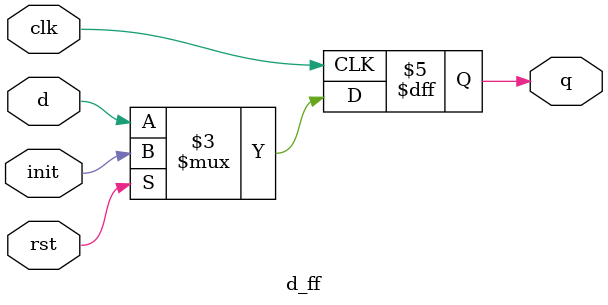
<source format=sv>


module d_ff(
    input logic clk,
    input logic rst,
    input logic init,
    input logic d,
    output logic q
);

always @(posedge clk)
begin
    if (rst) begin
        q <= init;
    end else begin
        q <= d;
    end
end
endmodule

</source>
